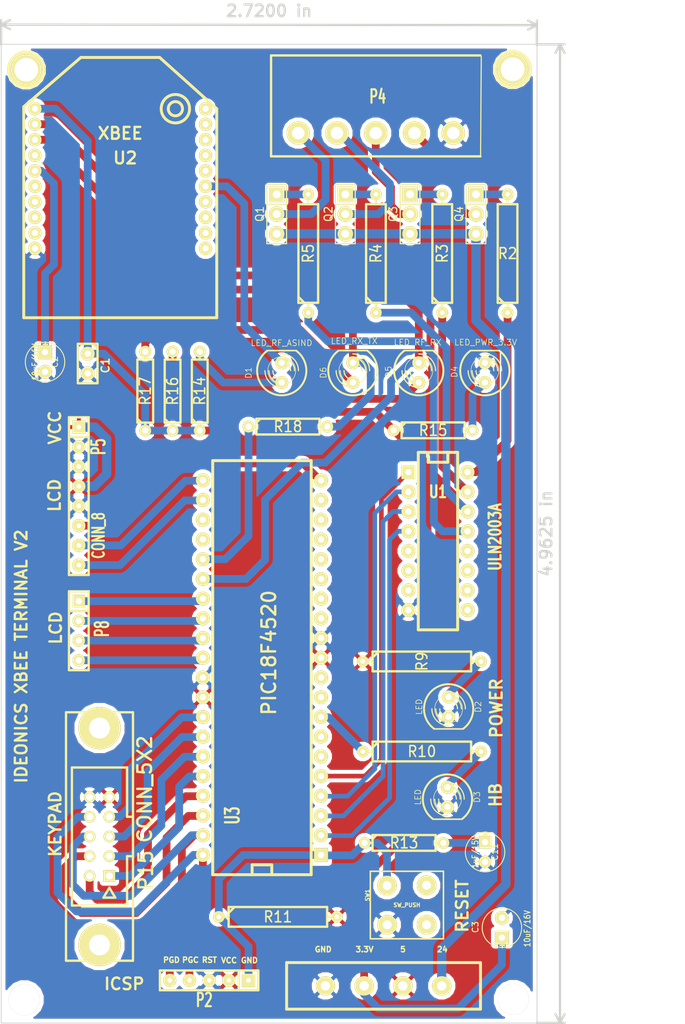
<source format=kicad_pcb>
(kicad_pcb (version 3) (host pcbnew "(2013-07-07 BZR 4022)-stable")
  (layers (15 F.Cu signal) (0 B.Cu signal) (18 B.Paste user) (19 F.Paste user) (20 B.SilkS user) (21 F.SilkS user) (22 B.Mask user) (23 F.Mask user) (28 Edge.Cuts user))
  (net 0 "")
  (net 1 /PGC)
  (net 2 /PGD)
  (net 3 /RA0)
  (net 4 /RA1)
  (net 5 /RA2)
  (net 6 /RA3)
  (net 7 /RB0)
  (net 8 /RB1)
  (net 9 /RB2)
  (net 10 /RB3)
  (net 11 /RB4)
  (net 12 /RB5)
  (net 13 /RE0)
  (net 14 /RESET)
  (net 15 /TX)
  (net 16 /ULN1)
  (net 17 /ULN2)
  (net 18 /ULN3)
  (net 19 /ULN4)
  (net 20 /VCC)
  (net 21 /VCC_24)
  (net 22 /VCC_3.3V)
  (net 23 /XBEE_RX)
  (net 24 /XBEE_TX)
  (net 25 GND)
  (net 26 N-0000010)
  (net 27 N-0000011)
  (net 28 N-0000012)
  (net 29 N-0000013)
  (net 30 N-0000014)
  (net 31 N-0000015)
  (net 32 N-0000016)
  (net 33 N-0000017)
  (net 34 N-0000018)
  (net 35 N-0000019)
  (net 36 N-0000020)
  (net 37 N-0000021)
  (net 38 N-0000023)
  (net 39 N-0000024)
  (net 40 N-0000025)
  (net 41 N-0000026)
  (net 42 N-0000027)
  (net 43 N-000005)
  (net 44 N-0000056)
  (net 45 N-0000057)
  (net 46 N-000006)
  (net 47 N-000007)
  (net 48 N-000008)
  (net 49 N-000009)
  (module 1pin (layer F.Cu) (at 104.0765 153.67)
    (fp_text reference "" (at 0 -3.048) (layer F.SilkS) (effects (font (size 1.016 1.016) (thickness 0.254))))
    (fp_text value "" hide)
    (pad 1 thru_hole circle (at 0 0) (size 4 4) (drill 4) (layers *.Cu *.Mask F.SilkS))
  )
  (module LED-5MM (layer F.Cu) (at 158.65 127.575 270)
    (fp_text reference D3 (at 0 -3.81 270) (layer F.SilkS) (effects (font (size 0.762 0.762) (thickness 0.0889))))
    (fp_text value LED (at 0 3.81 270) (layer F.SilkS) (effects (font (size 0.762 0.762) (thickness 0.0889))))
    (pad 1 thru_hole circle (at -1.27 0 270) (size 1.6764 1.6764) (drill 0.8128) (layers *.Cu *.Mask F.SilkS) (net 44 N-0000056))
    (pad 2 thru_hole circle (at 1.27 0 270) (size 1.6764 1.6764) (drill 0.8128) (layers *.Cu *.Mask F.SilkS) (net 25 GND))
  )
  (module LED-5MM (layer F.Cu) (at 158.8 115.95 270)
    (fp_text reference D2 (at 0 -3.81 270) (layer F.SilkS) (effects (font (size 0.762 0.762) (thickness 0.0889))))
    (fp_text value LED (at 0 3.81 270) (layer F.SilkS) (effects (font (size 0.762 0.762) (thickness 0.0889))))
    (pad 1 thru_hole circle (at -1.27 0 270) (size 1.6764 1.6764) (drill 0.8128) (layers *.Cu *.Mask F.SilkS) (net 45 N-0000057))
    (pad 2 thru_hole circle (at 1.27 0 270) (size 1.6764 1.6764) (drill 0.8128) (layers *.Cu *.Mask F.SilkS) (net 25 GND))
  )
  (module Ideonics_TIP127 (layer F.Cu) (at 136.625 52.475 270)
    (fp_text reference Q1 (at -0.01016 2.17932 270) (layer F.SilkS) (effects (font (size 1.016 1.016) (thickness 0.1524))))
    (fp_text value TIP127 hide)
    (pad 1 thru_hole rect (at -2.54 0 270) (size 2 2) (drill 1.016) (layers *.Cu *.Mask F.SilkS) (net 19 /ULN4))
    (pad 2 thru_hole circle (at 0 0 270) (size 2 2) (drill 1.016) (layers *.Cu *.Mask F.SilkS) (net 32 N-0000016))
    (pad 3 thru_hole circle (at 2.54 0 270) (size 2 2) (drill 1.016) (layers *.Cu *.Mask F.SilkS) (net 21 /VCC_24))
  )
  (module Ideonics_TIP127 (layer F.Cu) (at 153.825 52.475 270)
    (fp_text reference Q3 (at -0.01016 2.17932 270) (layer F.SilkS) (effects (font (size 1.016 1.016) (thickness 0.1524))))
    (fp_text value TIP127 hide)
    (pad 1 thru_hole rect (at -2.54 0 270) (size 2 2) (drill 1.016) (layers *.Cu *.Mask F.SilkS) (net 17 /ULN2))
    (pad 2 thru_hole circle (at 0 0 270) (size 2 2) (drill 1.016) (layers *.Cu *.Mask F.SilkS) (net 33 N-0000017))
    (pad 3 thru_hole circle (at 2.54 0 270) (size 2 2) (drill 1.016) (layers *.Cu *.Mask F.SilkS) (net 21 /VCC_24))
  )
  (module Ideonics_TIP127 (layer F.Cu) (at 162.325 52.475 270)
    (fp_text reference Q4 (at -0.01016 2.17932 270) (layer F.SilkS) (effects (font (size 1.016 1.016) (thickness 0.1524))))
    (fp_text value TIP127 hide)
    (pad 1 thru_hole rect (at -2.54 0 270) (size 2 2) (drill 1.016) (layers *.Cu *.Mask F.SilkS) (net 16 /ULN1))
    (pad 2 thru_hole circle (at 0 0 270) (size 2 2) (drill 1.016) (layers *.Cu *.Mask F.SilkS) (net 39 N-0000024))
    (pad 3 thru_hole circle (at 2.54 0 270) (size 2 2) (drill 1.016) (layers *.Cu *.Mask F.SilkS) (net 21 /VCC_24))
  )
  (module Ideonics_TIP127 (layer F.Cu) (at 145.475 52.475 270)
    (fp_text reference Q2 (at -0.01016 2.17932 270) (layer F.SilkS) (effects (font (size 1.016 1.016) (thickness 0.1524))))
    (fp_text value TIP127 hide)
    (pad 1 thru_hole rect (at -2.54 0 270) (size 2 2) (drill 1.016) (layers *.Cu *.Mask F.SilkS) (net 18 /ULN3))
    (pad 2 thru_hole circle (at 0 0 270) (size 2 2) (drill 1.016) (layers *.Cu *.Mask F.SilkS) (net 38 N-0000023))
    (pad 3 thru_hole circle (at 2.54 0 270) (size 2 2) (drill 1.016) (layers *.Cu *.Mask F.SilkS) (net 21 /VCC_24))
  )
  (module Ideonics_R (layer F.Cu) (at 140.7 57.55 90)
    (fp_text reference R5 (at 0 0 90) (layer F.SilkS) (effects (font (size 1.397 1.27) (thickness 0.2032))))
    (fp_text value 2.2K hide)
    (pad 1 thru_hole circle (at -7.62 0 90) (size 1.5 1.5) (drill 0.6) (layers *.Cu *.Mask F.SilkS) (net 43 N-000005))
    (pad 2 thru_hole circle (at 7.62 0 90) (size 1.5 1.5) (drill 0.6) (layers *.Cu *.Mask F.SilkS) (net 19 /ULN4))
  )
  (module Ideonics_R (layer F.Cu) (at 155.35 110.1)
    (fp_text reference R9 (at 0 0 90) (layer F.SilkS) (effects (font (size 1.397 1.27) (thickness 0.2032))))
    (fp_text value 1K hide)
    (pad 1 thru_hole circle (at -7.62 0) (size 1.5 1.5) (drill 0.6) (layers *.Cu *.Mask F.SilkS) (net 20 /VCC))
    (pad 2 thru_hole circle (at 7.62 0) (size 1.5 1.5) (drill 0.6) (layers *.Cu *.Mask F.SilkS) (net 45 N-0000057))
  )
  (module Ideonics_R (layer F.Cu) (at 149.425 57.55 90)
    (fp_text reference R4 (at 0 0 90) (layer F.SilkS) (effects (font (size 1.397 1.27) (thickness 0.2032))))
    (fp_text value 2.2K hide)
    (pad 1 thru_hole circle (at -7.62 0 90) (size 1.5 1.5) (drill 0.6) (layers *.Cu *.Mask F.SilkS) (net 46 N-000006))
    (pad 2 thru_hole circle (at 7.62 0 90) (size 1.5 1.5) (drill 0.6) (layers *.Cu *.Mask F.SilkS) (net 18 /ULN3))
  )
  (module Ideonics_R (layer F.Cu) (at 155.35 121.7)
    (fp_text reference R10 (at 0 0) (layer F.SilkS) (effects (font (size 1.397 1.27) (thickness 0.2032))))
    (fp_text value 1K hide)
    (pad 1 thru_hole circle (at -7.62 0) (size 1.5 1.5) (drill 0.6) (layers *.Cu *.Mask F.SilkS) (net 13 /RE0))
    (pad 2 thru_hole circle (at 7.62 0) (size 1.5 1.5) (drill 0.6) (layers *.Cu *.Mask F.SilkS) (net 44 N-0000056))
  )
  (module Ideonics_R (layer F.Cu) (at 157.975 57.55 90)
    (fp_text reference R3 (at 0 0 90) (layer F.SilkS) (effects (font (size 1.397 1.27) (thickness 0.2032))))
    (fp_text value 2.2K hide)
    (pad 1 thru_hole circle (at -7.62 0 90) (size 1.5 1.5) (drill 0.6) (layers *.Cu *.Mask F.SilkS) (net 47 N-000007))
    (pad 2 thru_hole circle (at 7.62 0 90) (size 1.5 1.5) (drill 0.6) (layers *.Cu *.Mask F.SilkS) (net 17 /ULN2))
  )
  (module Ideonics_R (layer F.Cu) (at 166.4 57.55 90)
    (fp_text reference R2 (at 0 0 180) (layer F.SilkS) (effects (font (size 1.397 1.27) (thickness 0.2032))))
    (fp_text value 2.2K hide)
    (pad 1 thru_hole circle (at -7.62 0 90) (size 1.5 1.5) (drill 0.6) (layers *.Cu *.Mask F.SilkS) (net 48 N-000008))
    (pad 2 thru_hole circle (at 7.62 0 90) (size 1.5 1.5) (drill 0.6) (layers *.Cu *.Mask F.SilkS) (net 16 /ULN1))
  )
  (module Ideonics_R (layer F.Cu) (at 136.779 143.002)
    (fp_text reference R11 (at 0 0) (layer F.SilkS) (effects (font (size 1.397 1.27) (thickness 0.2032))))
    (fp_text value 1M hide)
    (pad 1 thru_hole circle (at -7.62 0) (size 1.5 1.5) (drill 0.6) (layers *.Cu *.Mask F.SilkS) (net 14 /RESET))
    (pad 2 thru_hole circle (at 7.62 0) (size 1.5 1.5) (drill 0.6) (layers *.Cu *.Mask F.SilkS) (net 20 /VCC))
  )
  (module Ideonics_Micro_Switch (layer F.Cu) (at 153.416 141.478 90)
    (fp_text reference SW1 (at 1.27 -5.08 90) (layer F.SilkS) (effects (font (size 0.5 0.5) (thickness 0.125))))
    (fp_text value SW_PUSH (at 0 0 180) (layer F.SilkS) (effects (font (size 0.5 0.5) (thickness 0.125))))
    (pad 1 thru_hole circle (at -2.54 -2.54 90) (size 2.54 2.54) (drill 1.143) (layers *.Cu *.Mask F.SilkS) (net 25 GND))
    (pad 3 thru_hole circle (at 2.54 2.54 90) (size 2.54 2.54) (drill 1.143) (layers *.Cu *.Mask F.SilkS))
    (pad 2 thru_hole circle (at 2.50444 -2.56032 90) (size 2.54 2.54) (drill 1.143) (layers *.Cu *.Mask F.SilkS) (net 14 /RESET))
    (pad 4 thru_hole circle (at -2.54 2.54 90) (size 2.54 2.54) (drill 1.143) (layers *.Cu *.Mask F.SilkS))
  )
  (module Idenoics_ULN2003 (layer F.Cu) (at 157.425 94.6 270)
    (fp_text reference U1 (at -6.35 0 360) (layer F.SilkS) (effects (font (size 1.524 1.143) (thickness 0.3048))))
    (fp_text value ULN2003A (at -0.528 -7.367 270) (layer F.SilkS) (effects (font (size 1.524 1.143) (thickness 0.3048))))
    (pad 1 thru_hole rect (at -8.89 3.81 270) (size 1.8 1.8) (drill 0.8128) (layers *.Cu *.Mask F.SilkS) (net 6 /RA3))
    (pad 2 thru_hole circle (at -6.35 3.81 270) (size 1.8 1.8) (drill 0.8128) (layers *.Cu *.Mask F.SilkS) (net 5 /RA2))
    (pad 3 thru_hole circle (at -3.81 3.81 270) (size 1.8 1.8) (drill 0.8128) (layers *.Cu *.Mask F.SilkS) (net 4 /RA1))
    (pad 4 thru_hole circle (at -1.27 3.81 270) (size 1.8 1.8) (drill 0.8128) (layers *.Cu *.Mask F.SilkS) (net 3 /RA0))
    (pad 5 thru_hole circle (at 1.27 3.81 270) (size 1.8 1.8) (drill 0.8128) (layers *.Cu *.Mask F.SilkS))
    (pad 6 thru_hole circle (at 3.81 3.81 270) (size 1.8 1.8) (drill 0.8128) (layers *.Cu *.Mask F.SilkS))
    (pad 7 thru_hole circle (at 6.35 3.81 270) (size 1.8 1.8) (drill 0.8128) (layers *.Cu *.Mask F.SilkS))
    (pad 8 thru_hole circle (at 8.89 3.81 270) (size 1.8 1.8) (drill 0.8128) (layers *.Cu *.Mask F.SilkS) (net 25 GND))
    (pad 9 thru_hole circle (at 8.89 -3.81 270) (size 1.8 1.8) (drill 0.8128) (layers *.Cu *.Mask F.SilkS))
    (pad 10 thru_hole circle (at 6.35 -3.81 270) (size 1.8 1.8) (drill 0.8128) (layers *.Cu *.Mask F.SilkS))
    (pad 11 thru_hole circle (at 3.81 -3.81 270) (size 1.8 1.8) (drill 0.8128) (layers *.Cu *.Mask F.SilkS))
    (pad 12 thru_hole circle (at 1.27 -3.81 270) (size 1.8 1.8) (drill 0.8128) (layers *.Cu *.Mask F.SilkS))
    (pad 13 thru_hole circle (at -1.27 -3.81 270) (size 1.8 1.8) (drill 0.8128) (layers *.Cu *.Mask F.SilkS) (net 43 N-000005))
    (pad 14 thru_hole circle (at -3.81 -3.81 270) (size 1.8 1.8) (drill 0.8128) (layers *.Cu *.Mask F.SilkS) (net 46 N-000006))
    (pad 15 thru_hole circle (at -6.35 -3.81 270) (size 1.8 1.8) (drill 0.8128) (layers *.Cu *.Mask F.SilkS) (net 47 N-000007))
    (pad 16 thru_hole circle (at -8.89 -3.81 270) (size 1.8 1.8) (drill 0.8128) (layers *.Cu *.Mask F.SilkS) (net 48 N-000008))
  )
  (module Ideonics_COMBICON_5 (layer F.Cu) (at 139.4 42.037)
    (fp_text reference P4 (at 10.25398 -4.699) (layer F.SilkS) (effects (font (size 1.72974 1.08712) (thickness 0.27178))))
    (fp_text value CONN_5 hide)
    (pad 1 thru_hole circle (at 0 0) (size 3 3) (drill 1.6) (layers *.Cu *.Mask F.SilkS) (net 32 N-0000016))
    (pad 2 thru_hole circle (at 5 0) (size 3 3) (drill 1.6) (layers *.Cu *.Mask F.SilkS) (net 38 N-0000023))
    (pad 3 thru_hole circle (at 10 0) (size 3 3) (drill 1.6) (layers *.Cu *.Mask F.SilkS) (net 33 N-0000017))
    (pad 4 thru_hole circle (at 15 0) (size 3 3) (drill 1.6) (layers *.Cu *.Mask F.SilkS) (net 39 N-0000024))
    (pad 5 thru_hole circle (at 20 0) (size 3 3) (drill 1.6) (layers *.Cu *.Mask F.SilkS) (net 25 GND))
  )
  (module Ideonics_Electrolytic_CV5 (layer F.Cu) (at 163.5 134.65 270)
    (fp_text reference C11 (at 0 -1.26746 270) (layer F.SilkS) (effects (font (size 0.762 0.762) (thickness 0.127))))
    (fp_text value 1uF/15V (at 0 1.27 270) (layer F.SilkS) (effects (font (size 0.762 0.635) (thickness 0.127))))
    (fp_text user + (at -2.286 0 270) (layer F.SilkS) (effects (font (size 0.762 0.762) (thickness 0.2032))))
    (pad 1 thru_hole rect (at -1.27 0 270) (size 1.6 1.6) (drill 0.8128) (layers *.Cu *.Mask F.SilkS) (net 40 N-0000025))
    (pad 2 thru_hole circle (at 1.27 0 270) (size 1.6 1.6) (drill 0.8128) (layers *.Cu *.Mask F.SilkS) (net 25 GND))
  )
  (module he10-10d (layer F.Cu) (at 113.775 132.65 90)
    (fp_text reference P15 (at -4.375 5.975 90) (layer F.SilkS) (effects (font (size 1.778 1.778) (thickness 0.3048))))
    (fp_text value CONN_5X2 (at 6.096 5.842 90) (layer F.SilkS) (effects (font (size 1.778 1.778) (thickness 0.3048))))
    (pad "" thru_hole circle (at -13.97 0 90) (size 5.461 5.461) (drill 2.6924) (layers *.Cu *.Mask F.SilkS))
    (pad "" thru_hole circle (at 13.97 0 90) (size 5.461 5.461) (drill 2.6924) (layers *.Cu *.Mask F.SilkS))
    (pad 1 thru_hole rect (at -5.08 1.27 90) (size 1.5 1.5) (drill 0.9144) (layers *.Cu *.Mask F.SilkS) (net 10 /RB3))
    (pad 2 thru_hole circle (at -5.08 -1.27 90) (size 1.5 1.5) (drill 0.9144) (layers *.Cu *.Mask F.SilkS) (net 11 /RB4))
    (pad 3 thru_hole circle (at -2.54 1.27 90) (size 1.5 1.5) (drill 0.9144) (layers *.Cu *.Mask F.SilkS) (net 9 /RB2))
    (pad 4 thru_hole circle (at -2.54 -1.27 90) (size 1.5 1.5) (drill 0.9144) (layers *.Cu *.Mask F.SilkS) (net 12 /RB5))
    (pad 5 thru_hole circle (at 0 1.27 90) (size 1.5 1.5) (drill 0.9144) (layers *.Cu *.Mask F.SilkS) (net 8 /RB1))
    (pad 6 thru_hole circle (at 0 -1.27 90) (size 1.5 1.5) (drill 0.9144) (layers *.Cu *.Mask F.SilkS) (net 1 /PGC))
    (pad 7 thru_hole circle (at 2.54 1.27 90) (size 1.5 1.5) (drill 0.9144) (layers *.Cu *.Mask F.SilkS) (net 7 /RB0))
    (pad 8 thru_hole circle (at 2.54 -1.27 90) (size 1.5 1.5) (drill 0.9144) (layers *.Cu *.Mask F.SilkS) (net 2 /PGD))
    (pad 9 thru_hole circle (at 5.08 1.27 90) (size 1.5 1.5) (drill 0.9144) (layers *.Cu *.Mask F.SilkS) (net 20 /VCC))
    (pad 10 thru_hole circle (at 5.08 -1.27 90) (size 1.5 1.5) (drill 0.9144) (layers *.Cu *.Mask F.SilkS) (net 25 GND))
  )
  (module Ideonics_RMC_4Pin (layer F.Cu) (at 111.108 106.145 270)
    (fp_text reference P8 (at -0.245 -2.992 270) (layer F.SilkS) (effects (font (size 1.73482 1.08712) (thickness 0.27178))))
    (fp_text value CONN_4 hide)
    (pad 1 thru_hole rect (at -3.81 0 270) (size 1.6 1.6) (drill 0.8128) (layers *.Cu *.Mask F.SilkS) (net 29 N-0000013))
    (pad 2 thru_hole circle (at -1.27 0 270) (size 1.6 1.6) (drill 0.8128) (layers *.Cu *.Mask F.SilkS) (net 28 N-0000012))
    (pad 3 thru_hole circle (at 1.27 0 270) (size 1.6 1.6) (drill 0.8128) (layers *.Cu *.Mask F.SilkS) (net 27 N-0000011))
    (pad 4 thru_hole circle (at 3.81 0 270) (size 1.6 1.6) (drill 0.8128) (layers *.Cu *.Mask F.SilkS) (net 26 N-0000010))
  )
  (module 1pin (layer F.Cu) (at 167.132 153.6065)
    (fp_text reference "" (at 0 -3.048) (layer F.SilkS) (effects (font (size 1.016 1.016) (thickness 0.254))))
    (fp_text value "" hide)
    (pad 1 thru_hole circle (at 0 0.025) (size 4 4) (drill 4) (layers *.Cu *.Mask F.SilkS))
  )
  (module Ideonics_RMC_8 (layer F.Cu) (at 111.108 88.8 270)
    (fp_text reference P5 (at -6.35 -2.54 270) (layer F.SilkS) (effects (font (size 1.72974 1.08712) (thickness 0.3048))))
    (fp_text value CONN_8 (at 5.08 -2.54 270) (layer F.SilkS) (effects (font (size 1.524 1.016) (thickness 0.254))))
    (pad 1 thru_hole rect (at -8.89 0 270) (size 1.7 1.7) (drill 0.6) (layers *.Cu *.Mask F.SilkS) (net 20 /VCC))
    (pad 2 thru_hole circle (at -6.35 0 270) (size 1.7 1.7) (drill 0.6) (layers *.Cu *.Mask F.SilkS) (net 25 GND))
    (pad 3 thru_hole circle (at -3.81 0 270) (size 1.7 1.7) (drill 0.6) (layers *.Cu *.Mask F.SilkS) (net 25 GND))
    (pad 4 thru_hole circle (at -1.27 0 270) (size 1.7 1.7) (drill 0.6) (layers *.Cu *.Mask F.SilkS) (net 20 /VCC))
    (pad 5 thru_hole circle (at 1.27 0 270) (size 1.7 1.7) (drill 0.6) (layers *.Cu *.Mask F.SilkS) (net 25 GND))
    (pad 6 thru_hole circle (at 3.81 0 270) (size 1.7 1.7) (drill 0.6) (layers *.Cu *.Mask F.SilkS) (net 31 N-0000015))
    (pad 7 thru_hole circle (at 6.35 0 270) (size 1.7 1.7) (drill 0.6) (layers *.Cu *.Mask F.SilkS) (net 49 N-000009))
    (pad 8 thru_hole circle (at 8.89 0 270) (size 1.7 1.7) (drill 0.6) (layers *.Cu *.Mask F.SilkS) (net 30 N-0000014))
  )
  (module R4 (layer F.Cu) (at 153.05 133.475)
    (fp_text reference R13 (at 0 0) (layer F.SilkS) (effects (font (size 1.397 1.27) (thickness 0.2032))))
    (fp_text value 0 hide)
    (pad 1 thru_hole circle (at -5.08 0) (size 1.524 1.524) (drill 0.8128) (layers *.Cu *.Mask F.SilkS) (net 14 /RESET))
    (pad 2 thru_hole circle (at 5.08 0) (size 1.524 1.524) (drill 0.8128) (layers *.Cu *.Mask F.SilkS) (net 40 N-0000025))
  )
  (module XBee-pro (layer F.Cu) (at 116.45 38.9)
    (fp_text reference U2 (at 0.635 6.35) (layer F.SilkS) (effects (font (size 1.524 1.524) (thickness 0.3048))))
    (fp_text value XBEE (at 0 3.175) (layer F.SilkS) (effects (font (size 1.524 1.524) (thickness 0.3048))))
    (pad 20 thru_hole circle (at 11.00074 0) (size 1.7 1.7) (drill 0.8) (layers *.Cu *.Mask F.SilkS))
    (pad 16 thru_hole circle (at 11.00074 8.001) (size 1.7 1.7) (drill 0.8) (layers *.Cu *.Mask F.SilkS))
    (pad 14 thru_hole circle (at 11.00074 11.99896) (size 1.7 1.7) (drill 0.8) (layers *.Cu *.Mask F.SilkS))
    (pad 15 thru_hole circle (at 11.00074 9.99998) (size 1.7 1.7) (drill 0.8) (layers *.Cu *.Mask F.SilkS) (net 42 N-0000027))
    (pad 18 thru_hole circle (at 11.00074 4.0005) (size 1.7 1.7) (drill 0.8) (layers *.Cu *.Mask F.SilkS))
    (pad 17 thru_hole circle (at 11.00074 5.99948) (size 1.7 1.7) (drill 0.8) (layers *.Cu *.Mask F.SilkS))
    (pad 19 thru_hole circle (at 11.00074 1.99898) (size 1.7 1.7) (drill 0.8) (layers *.Cu *.Mask F.SilkS))
    (pad 12 thru_hole circle (at 11.00074 15.99946) (size 1.7 1.7) (drill 0.8) (layers *.Cu *.Mask F.SilkS))
    (pad 11 thru_hole circle (at 11.00074 18.00098) (size 1.7 1.7) (drill 0.8) (layers *.Cu *.Mask F.SilkS))
    (pad 13 thru_hole circle (at 11.00074 14.00048) (size 1.7 1.7) (drill 0.8) (layers *.Cu *.Mask F.SilkS))
    (pad 8 thru_hole circle (at -11.00074 14.00048) (size 1.7 1.7) (drill 0.8) (layers *.Cu *.Mask F.SilkS))
    (pad 10 thru_hole circle (at -11.00074 18.00098) (size 1.7 1.7) (drill 0.8) (layers *.Cu *.Mask F.SilkS) (net 25 GND))
    (pad 9 thru_hole circle (at -11.00074 15.99946) (size 1.7 1.7) (drill 0.8) (layers *.Cu *.Mask F.SilkS))
    (pad 2 thru_hole circle (at -11.00074 1.99898) (size 1.7 1.7) (drill 0.8) (layers *.Cu *.Mask F.SilkS) (net 23 /XBEE_RX))
    (pad 4 thru_hole circle (at -11.00074 5.99948) (size 1.7 1.7) (drill 0.8) (layers *.Cu *.Mask F.SilkS))
    (pad 3 thru_hole circle (at -11.00074 4.0005) (size 1.7 1.7) (drill 0.8) (layers *.Cu *.Mask F.SilkS) (net 24 /XBEE_TX))
    (pad 6 thru_hole circle (at -11.00074 9.99998) (size 1.7 1.7) (drill 0.8) (layers *.Cu *.Mask F.SilkS))
    (pad 7 thru_hole circle (at -11.00074 11.99896) (size 1.7 1.7) (drill 0.8) (layers *.Cu *.Mask F.SilkS))
    (pad 5 thru_hole circle (at -11.00074 8.001) (size 1.7 1.7) (drill 0.8) (layers *.Cu *.Mask F.SilkS) (net 37 N-0000021))
    (pad 1 thru_hole circle (at -11.00074 0) (size 1.7 1.7) (drill 0.8) (layers *.Cu *.Mask F.SilkS) (net 22 /VCC_3.3V))
  )
  (module R4 (layer F.Cu) (at 126.7 75.275 90)
    (fp_text reference R14 (at 0 0 90) (layer F.SilkS) (effects (font (size 1.397 1.27) (thickness 0.2032))))
    (fp_text value 470 hide)
    (pad 1 thru_hole circle (at -5.08 0 90) (size 1.524 1.524) (drill 0.8128) (layers *.Cu *.Mask F.SilkS) (net 22 /VCC_3.3V))
    (pad 2 thru_hole circle (at 5.08 0 90) (size 1.524 1.524) (drill 0.8128) (layers *.Cu *.Mask F.SilkS) (net 41 N-0000026))
  )
  (module R4 (layer F.Cu) (at 156.8 80.325)
    (fp_text reference R15 (at 0 0) (layer F.SilkS) (effects (font (size 1.397 1.27) (thickness 0.2032))))
    (fp_text value 470 hide)
    (pad 1 thru_hole circle (at -5.08 0) (size 1.524 1.524) (drill 0.8128) (layers *.Cu *.Mask F.SilkS) (net 22 /VCC_3.3V))
    (pad 2 thru_hole circle (at 5.08 0) (size 1.524 1.524) (drill 0.8128) (layers *.Cu *.Mask F.SilkS) (net 34 N-0000018))
  )
  (module R4 (layer F.Cu) (at 123.2 75.275 90)
    (fp_text reference R16 (at 0 0 90) (layer F.SilkS) (effects (font (size 1.397 1.27) (thickness 0.2032))))
    (fp_text value 470 hide)
    (pad 1 thru_hole circle (at -5.08 0 90) (size 1.524 1.524) (drill 0.8128) (layers *.Cu *.Mask F.SilkS) (net 22 /VCC_3.3V))
    (pad 2 thru_hole circle (at 5.08 0 90) (size 1.524 1.524) (drill 0.8128) (layers *.Cu *.Mask F.SilkS) (net 35 N-0000019))
  )
  (module R4 (layer F.Cu) (at 119.675 75.275 90)
    (fp_text reference R17 (at 0 0 90) (layer F.SilkS) (effects (font (size 1.397 1.27) (thickness 0.2032))))
    (fp_text value 470 hide)
    (pad 1 thru_hole circle (at -5.08 0 90) (size 1.524 1.524) (drill 0.8128) (layers *.Cu *.Mask F.SilkS) (net 22 /VCC_3.3V))
    (pad 2 thru_hole circle (at 5.08 0 90) (size 1.524 1.524) (drill 0.8128) (layers *.Cu *.Mask F.SilkS) (net 36 N-0000020))
  )
  (module R4 (layer F.Cu) (at 138.075 79.85)
    (fp_text reference R18 (at 0 0) (layer F.SilkS) (effects (font (size 1.397 1.27) (thickness 0.2032))))
    (fp_text value 4.7K hide)
    (pad 1 thru_hole circle (at -5.08 0) (size 1.524 1.524) (drill 0.8128) (layers *.Cu *.Mask F.SilkS) (net 15 /TX))
    (pad 2 thru_hole circle (at 5.08 0) (size 1.524 1.524) (drill 0.8128) (layers *.Cu *.Mask F.SilkS) (net 24 /XBEE_TX))
  )
  (module LED-5MM (layer F.Cu) (at 137.275 72.9 90)
    (fp_text reference D1 (at -0.025 -4.275 90) (layer F.SilkS) (effects (font (size 0.762 0.762) (thickness 0.0889))))
    (fp_text value LED_RF_ASIND (at 3.825 -0.025 180) (layer F.SilkS) (effects (font (size 0.762 0.762) (thickness 0.0889))))
    (pad 1 thru_hole circle (at -1.27 0 90) (size 1.6764 1.6764) (drill 0.8128) (layers *.Cu *.Mask F.SilkS) (net 41 N-0000026))
    (pad 2 thru_hole circle (at 1.27 0 90) (size 1.6764 1.6764) (drill 0.8128) (layers *.Cu *.Mask F.SilkS) (net 42 N-0000027))
  )
  (module LED-5MM (layer F.Cu) (at 154.95 72.9 90)
    (fp_text reference D5 (at 0.125 -3.9 90) (layer F.SilkS) (effects (font (size 0.762 0.762) (thickness 0.0889))))
    (fp_text value LED_RF_RX (at 3.9 -0.15 180) (layer F.SilkS) (effects (font (size 0.762 0.762) (thickness 0.0889))))
    (pad 1 thru_hole circle (at -1.27 0 90) (size 1.6764 1.6764) (drill 0.8128) (layers *.Cu *.Mask F.SilkS) (net 35 N-0000019))
    (pad 2 thru_hole circle (at 1.27 0 90) (size 1.6764 1.6764) (drill 0.8128) (layers *.Cu *.Mask F.SilkS) (net 23 /XBEE_RX))
  )
  (module LED-5MM (layer F.Cu) (at 146.45 72.9 90)
    (fp_text reference D6 (at 0 -3.81 90) (layer F.SilkS) (effects (font (size 0.762 0.762) (thickness 0.0889))))
    (fp_text value LED_RX_TX (at 4.075 0.175 180) (layer F.SilkS) (effects (font (size 0.762 0.762) (thickness 0.0889))))
    (pad 1 thru_hole circle (at -1.27 0 90) (size 1.6764 1.6764) (drill 0.8128) (layers *.Cu *.Mask F.SilkS) (net 36 N-0000020))
    (pad 2 thru_hole circle (at 1.27 0 90) (size 1.6764 1.6764) (drill 0.8128) (layers *.Cu *.Mask F.SilkS) (net 24 /XBEE_TX))
  )
  (module LED-5MM (layer F.Cu) (at 163.475 72.9 90)
    (fp_text reference D4 (at 0.1 -3.925 90) (layer F.SilkS) (effects (font (size 0.762 0.762) (thickness 0.0889))))
    (fp_text value LED_PWR_3.3V (at 3.9 0.1 180) (layer F.SilkS) (effects (font (size 0.762 0.762) (thickness 0.0889))))
    (pad 1 thru_hole circle (at -1.27 0 90) (size 1.6764 1.6764) (drill 0.8128) (layers *.Cu *.Mask F.SilkS) (net 34 N-0000018))
    (pad 2 thru_hole circle (at 1.27 0 90) (size 1.6764 1.6764) (drill 0.8128) (layers *.Cu *.Mask F.SilkS) (net 25 GND))
  )
  (module C1 (layer F.Cu) (at 112.25 71.725 270)
    (fp_text reference C1 (at 0.254 -2.286 270) (layer F.SilkS) (effects (font (size 1.016 1.016) (thickness 0.2032))))
    (fp_text value 0.1uF hide)
    (pad 1 thru_hole circle (at -1.27 0 270) (size 1.8 1.8) (drill 0.8128) (layers *.Cu *.Mask F.SilkS) (net 22 /VCC_3.3V))
    (pad 2 thru_hole circle (at 1.27 0 270) (size 1.8 1.8) (drill 0.8128) (layers *.Cu *.Mask F.SilkS) (net 25 GND))
  )
  (module 1pin (layer F.Cu) (at 167.05 33.825)
    (fp_text reference "" (at 0 -3.048) (layer F.SilkS) (effects (font (size 1.016 1.016) (thickness 0.254))))
    (fp_text value "" hide)
    (pad 1 thru_hole circle (at 0 0) (size 4.064 4.064) (drill 3.048) (layers *.Cu *.Mask F.SilkS))
  )
  (module 1pin (layer F.Cu) (at 104.325 33.875)
    (fp_text reference "" (at 0 -3.048) (layer F.SilkS) (effects (font (size 1.016 1.016) (thickness 0.254))))
    (fp_text value "" hide)
    (pad 1 thru_hole circle (at 0 0) (size 4.064 4.064) (drill 3.048) (layers *.Cu *.Mask F.SilkS))
  )
  (module C1V5 (layer F.Cu) (at 106.75 71.525 270)
    (fp_text reference C2 (at 0 -1.26746 270) (layer F.SilkS) (effects (font (size 0.762 0.762) (thickness 0.127))))
    (fp_text value 10uF/16V (at 0 1.27 270) (layer F.SilkS) (effects (font (size 0.762 0.635) (thickness 0.127))))
    (fp_text user + (at -2.286 0 270) (layer F.SilkS) (effects (font (size 0.762 0.762) (thickness 0.2032))))
    (pad 1 thru_hole rect (at -1.27 0 270) (size 1.8 1.8) (drill 0.8128) (layers *.Cu *.Mask F.SilkS) (net 37 N-0000021))
    (pad 2 thru_hole circle (at 1.27 0 270) (size 1.8 1.8) (drill 0.8128) (layers *.Cu *.Mask F.SilkS) (net 25 GND))
  )
  (module C1V5 (layer F.Cu) (at 165.6715 144.399 90)
    (fp_text reference C3 (at 0.075 -3.425 90) (layer F.SilkS) (effects (font (size 0.762 0.762) (thickness 0.127))))
    (fp_text value 10uF/16V (at -0.125 3.275 90) (layer F.SilkS) (effects (font (size 0.762 0.635) (thickness 0.127))))
    (fp_text user + (at -2.286 0 90) (layer F.SilkS) (effects (font (size 0.762 0.762) (thickness 0.2032))))
    (pad 1 thru_hole rect (at -1.27 0 90) (size 1.8 1.8) (drill 0.8128) (layers *.Cu *.Mask F.SilkS) (net 22 /VCC_3.3V))
    (pad 2 thru_hole circle (at 1.27 0 90) (size 1.8 1.8) (drill 0.8128) (layers *.Cu *.Mask F.SilkS) (net 25 GND))
  )
  (module DIP-40__600 (layer F.Cu) (at 134.725 110.9 90)
    (fp_text reference U3 (at -19.05 -3.81 90) (layer F.SilkS) (effects (font (size 1.778 1.143) (thickness 0.3048))))
    (fp_text value PIC18F4520 (at 1.925 0.9 90) (layer F.SilkS) (effects (font (size 1.778 1.778) (thickness 0.3048))))
    (pad 1 thru_hole rect (at -24.13 7.62 90) (size 1.8 1.8) (drill 0.8128) (layers *.Cu *.Mask F.SilkS) (net 14 /RESET))
    (pad 2 thru_hole circle (at -21.59 7.62 90) (size 1.8 1.8) (drill 0.8128) (layers *.Cu *.Mask F.SilkS) (net 3 /RA0))
    (pad 3 thru_hole circle (at -19.05 7.62 90) (size 1.8 1.8) (drill 0.8128) (layers *.Cu *.Mask F.SilkS) (net 4 /RA1))
    (pad 4 thru_hole circle (at -16.51 7.62 90) (size 1.8 1.8) (drill 0.8128) (layers *.Cu *.Mask F.SilkS) (net 5 /RA2))
    (pad 5 thru_hole circle (at -13.97 7.62 90) (size 1.8 1.8) (drill 0.8128) (layers *.Cu *.Mask F.SilkS) (net 6 /RA3))
    (pad 6 thru_hole circle (at -11.43 7.62 90) (size 1.8 1.8) (drill 0.8128) (layers *.Cu *.Mask F.SilkS))
    (pad 7 thru_hole circle (at -8.89 7.62 90) (size 1.8 1.8) (drill 0.8128) (layers *.Cu *.Mask F.SilkS))
    (pad 8 thru_hole circle (at -6.35 7.62 90) (size 1.8 1.8) (drill 0.8128) (layers *.Cu *.Mask F.SilkS) (net 13 /RE0))
    (pad 9 thru_hole circle (at -3.81 7.62 90) (size 1.8 1.8) (drill 0.8128) (layers *.Cu *.Mask F.SilkS))
    (pad 10 thru_hole circle (at -1.27 7.62 90) (size 1.8 1.8) (drill 0.8128) (layers *.Cu *.Mask F.SilkS))
    (pad 11 thru_hole circle (at 1.27 7.62 90) (size 1.8 1.8) (drill 0.8128) (layers *.Cu *.Mask F.SilkS) (net 20 /VCC))
    (pad 12 thru_hole circle (at 3.81 7.62 90) (size 1.8 1.8) (drill 0.8128) (layers *.Cu *.Mask F.SilkS) (net 25 GND))
    (pad 13 thru_hole circle (at 6.35 7.62 90) (size 1.8 1.8) (drill 0.8128) (layers *.Cu *.Mask F.SilkS))
    (pad 14 thru_hole circle (at 8.89 7.62 90) (size 1.8 1.8) (drill 0.8128) (layers *.Cu *.Mask F.SilkS))
    (pad 15 thru_hole circle (at 11.43 7.62 90) (size 1.8 1.8) (drill 0.8128) (layers *.Cu *.Mask F.SilkS))
    (pad 16 thru_hole circle (at 13.97 7.62 90) (size 1.8 1.8) (drill 0.8128) (layers *.Cu *.Mask F.SilkS))
    (pad 17 thru_hole circle (at 16.51 7.62 90) (size 1.8 1.8) (drill 0.8128) (layers *.Cu *.Mask F.SilkS))
    (pad 18 thru_hole circle (at 19.05 7.62 90) (size 1.8 1.8) (drill 0.8128) (layers *.Cu *.Mask F.SilkS))
    (pad 19 thru_hole circle (at 21.59 7.62 90) (size 1.8 1.8) (drill 0.8128) (layers *.Cu *.Mask F.SilkS))
    (pad 20 thru_hole circle (at 24.13 7.62 90) (size 1.8 1.8) (drill 0.8128) (layers *.Cu *.Mask F.SilkS) (net 31 N-0000015))
    (pad 21 thru_hole circle (at 24.13 -7.62 90) (size 1.8 1.8) (drill 0.8128) (layers *.Cu *.Mask F.SilkS) (net 49 N-000009))
    (pad 22 thru_hole circle (at 21.59 -7.62 90) (size 1.8 1.8) (drill 0.8128) (layers *.Cu *.Mask F.SilkS) (net 30 N-0000014))
    (pad 23 thru_hole circle (at 19.05 -7.62 90) (size 1.8 1.8) (drill 0.8128) (layers *.Cu *.Mask F.SilkS))
    (pad 24 thru_hole circle (at 16.51 -7.62 90) (size 1.8 1.8) (drill 0.8128) (layers *.Cu *.Mask F.SilkS))
    (pad 25 thru_hole circle (at 13.97 -7.62 90) (size 1.8 1.8) (drill 0.8128) (layers *.Cu *.Mask F.SilkS) (net 15 /TX))
    (pad 26 thru_hole circle (at 11.43 -7.62 90) (size 1.8 1.8) (drill 0.8128) (layers *.Cu *.Mask F.SilkS) (net 23 /XBEE_RX))
    (pad 27 thru_hole circle (at 8.89 -7.62 90) (size 1.8 1.8) (drill 0.8128) (layers *.Cu *.Mask F.SilkS) (net 29 N-0000013))
    (pad 28 thru_hole circle (at 6.35 -7.62 90) (size 1.8 1.8) (drill 0.8128) (layers *.Cu *.Mask F.SilkS) (net 28 N-0000012))
    (pad 29 thru_hole circle (at 3.81 -7.62 90) (size 1.8 1.8) (drill 0.8128) (layers *.Cu *.Mask F.SilkS) (net 27 N-0000011))
    (pad 30 thru_hole circle (at 1.27 -7.62 90) (size 1.8 1.8) (drill 0.8128) (layers *.Cu *.Mask F.SilkS) (net 26 N-0000010))
    (pad 31 thru_hole circle (at -1.27 -7.62 90) (size 1.8 1.8) (drill 0.8128) (layers *.Cu *.Mask F.SilkS) (net 25 GND))
    (pad 32 thru_hole circle (at -3.81 -7.62 90) (size 1.8 1.8) (drill 0.8128) (layers *.Cu *.Mask F.SilkS) (net 20 /VCC))
    (pad 33 thru_hole circle (at -6.35 -7.62 90) (size 1.8 1.8) (drill 0.8128) (layers *.Cu *.Mask F.SilkS) (net 7 /RB0))
    (pad 34 thru_hole circle (at -8.89 -7.62 90) (size 1.8 1.8) (drill 0.8128) (layers *.Cu *.Mask F.SilkS) (net 8 /RB1))
    (pad 35 thru_hole circle (at -11.43 -7.62 90) (size 1.8 1.8) (drill 0.8128) (layers *.Cu *.Mask F.SilkS) (net 9 /RB2))
    (pad 36 thru_hole circle (at -13.97 -7.62 90) (size 1.8 1.8) (drill 0.8128) (layers *.Cu *.Mask F.SilkS) (net 10 /RB3))
    (pad 37 thru_hole circle (at -16.51 -7.62 90) (size 1.8 1.8) (drill 0.8128) (layers *.Cu *.Mask F.SilkS) (net 11 /RB4))
    (pad 38 thru_hole circle (at -19.05 -7.62 90) (size 1.8 1.8) (drill 0.8128) (layers *.Cu *.Mask F.SilkS) (net 12 /RB5))
    (pad 39 thru_hole circle (at -21.59 -7.62 90) (size 1.8 1.8) (drill 0.8128) (layers *.Cu *.Mask F.SilkS) (net 1 /PGC))
    (pad 40 thru_hole circle (at -24.13 -7.62 90) (size 1.8 1.8) (drill 0.8128) (layers *.Cu *.Mask F.SilkS) (net 2 /PGD))
  )
  (module 4PIN_TB (layer F.Cu) (at 152.908 151.892 180)
    (fp_text reference "" (at -35.941 -2.159 180) (layer F.SilkS) (effects (font (size 1.524 1.524) (thickness 0.3048))))
    (fp_text value "" (at -30.734 2.667 180) (layer F.SilkS) (effects (font (size 1.524 1.524) (thickness 0.3048))))
    (pad 1 thru_hole circle (at -5 0 180) (size 2.5 2.5) (drill 1.2) (layers *.Cu *.Mask F.SilkS) (net 21 /VCC_24))
    (pad 3 thru_hole circle (at 5 0 180) (size 2.5 2.5) (drill 1.2) (layers *.Cu *.Mask F.SilkS) (net 22 /VCC_3.3V))
    (pad 2 thru_hole circle (at 0 0 180) (size 2.5 2.5) (drill 1.2) (layers *.Cu *.Mask F.SilkS) (net 20 /VCC))
    (pad 4 thru_hole circle (at 10 0 180) (size 2.5 2.5) (drill 1.2) (layers *.Cu *.Mask F.SilkS) (net 25 GND))
  )
  (module SIL-5 (layer F.Cu) (at 126.6444 151.1808 180)
    (fp_text reference P2 (at -0.635 -2.54 180) (layer F.SilkS) (effects (font (size 1.72974 1.08712) (thickness 0.3048))))
    (fp_text value PRG_CONN hide)
    (pad 1 thru_hole rect (at -6.35 0 180) (size 1.7 1.7) (drill 0.6) (layers *.Cu *.Mask F.SilkS) (net 14 /RESET))
    (pad 2 thru_hole circle (at -3.81 0 180) (size 1.7 1.7) (drill 0.6) (layers *.Cu *.Mask F.SilkS) (net 20 /VCC))
    (pad 3 thru_hole circle (at -1.27 0 180) (size 1.7 1.7) (drill 0.6) (layers *.Cu *.Mask F.SilkS) (net 25 GND))
    (pad 4 thru_hole circle (at 1.27 0 180) (size 1.7 1.7) (drill 0.6) (layers *.Cu *.Mask F.SilkS) (net 2 /PGD))
    (pad 5 thru_hole circle (at 3.81 0 180) (size 1.7 1.7) (drill 0.6) (layers *.Cu *.Mask F.SilkS) (net 1 /PGC))
  )
  (dimension 69.088029 (width 0.3) (layer Edge.Cuts) (gr_text "69.088 mm" (at 135.639574 26.748754 359.9473385) (layer Edge.Cuts) (effects (font (size 1.5 1.5) (thickness 0.3)))) (feature1 (pts (xy 170.18 30.6705) (xy 170.184815 25.430505))) (feature2 (pts (xy 101.092 30.607) (xy 101.096815 25.367005))) (crossbar (pts (xy 101.094334 28.067003) (xy 170.182334 28.130503))) (arrow1a (pts (xy 170.182334 28.130503) (xy 169.055292 28.715888))) (arrow1b (pts (xy 170.182334 28.130503) (xy 169.05637 27.543048))) (arrow2a (pts (xy 101.094334 28.067003) (xy 102.220298 28.654458))) (arrow2b (pts (xy 101.094334 28.067003) (xy 102.221376 27.481618))))
  (dimension 126.0475 (width 0.3) (layer Edge.Cuts) (gr_text "126.047 mm" (at 174.5145 93.63075 90) (layer Edge.Cuts) (effects (font (size 1.5 1.5) (thickness 0.3)))) (feature1 (pts (xy 170.18 30.607) (xy 175.8645 30.607))) (feature2 (pts (xy 170.18 156.6545) (xy 175.8645 156.6545))) (crossbar (pts (xy 173.1645 156.6545) (xy 173.1645 30.607))) (arrow1a (pts (xy 173.1645 30.607) (xy 173.75092 31.733503))) (arrow1b (pts (xy 173.1645 30.607) (xy 172.57808 31.733503))) (arrow2a (pts (xy 173.1645 156.6545) (xy 173.75092 155.527997))) (arrow2b (pts (xy 173.1645 156.6545) (xy 172.57808 155.527997))))
  (gr_text GND (at 133.101 148.608) (layer F.SilkS) (effects (font (size 0.7 0.7) (thickness 0.175))))
  (gr_text VCC (at 130.476 148.608) (layer F.SilkS) (effects (font (size 0.7 0.7) (thickness 0.175))))
  (gr_text RST (at 127.951 148.558) (layer F.SilkS) (effects (font (size 0.7 0.7) (thickness 0.175))))
  (gr_text PGC (at 125.501 148.558) (layer F.SilkS) (effects (font (size 0.7 0.7) (thickness 0.175))))
  (gr_text PGD (at 123.051 148.558) (layer F.SilkS) (effects (font (size 0.7 0.7) (thickness 0.175))))
  (gr_text GND (at 142.621 147.193) (layer F.SilkS) (effects (font (size 0.7 0.7) (thickness 0.175))))
  (gr_text 3.3V (at 147.955 147.193) (layer F.SilkS) (effects (font (size 0.7 0.7) (thickness 0.175))))
  (gr_text 24 (at 157.988 147.193) (layer F.SilkS) (effects (font (size 0.7 0.7) (thickness 0.175))))
  (gr_line (start 170.2 155.025) (end 170.2 155) (angle 90) (layer Edge.Cuts) (width 0.1))
  (gr_line (start 101.1 156.676) (end 170.2 156.676) (angle 90) (layer Edge.Cuts) (width 0.1))
  (gr_line (start 101.1 30.6) (end 101.1 30.65) (angle 90) (layer Edge.Cuts) (width 0.1))
  (gr_line (start 170.2 30.6) (end 101.1 30.6) (angle 90) (layer Edge.Cuts) (width 0.1))
  (gr_line (start 170.2 30.6) (end 170.2 156.676) (angle 90) (layer Edge.Cuts) (width 0.1))
  (gr_line (start 101.1 30.6) (end 101.1 156.676) (angle 90) (layer Edge.Cuts) (width 0.1))
  (gr_text POWER (at 164.95 116.125 90) (layer F.SilkS) (effects (font (size 1.5 1.5) (thickness 0.3))))
  (gr_text HB (at 164.85 127.3 90) (layer F.SilkS) (effects (font (size 1.5 1.5) (thickness 0.3))))
  (gr_text ICSP (at 116.967 151.638) (layer F.SilkS) (effects (font (size 1.5 1.5) (thickness 0.3))))
  (gr_text KEYPAD (at 108.06 131.037 90) (layer F.SilkS) (effects (font (size 1.5 1.5) (thickness 0.3))))
  (gr_text LCD (at 108.125 105.775 90) (layer F.SilkS) (effects (font (size 1.5 1.5) (thickness 0.3))))
  (gr_text LCD (at 107.975 88.7 90) (layer F.SilkS) (effects (font (size 1.5 1.5) (thickness 0.3))))
  (gr_text "IDEONICS XBEE TERMINAL V2" (at 103.675 109.45 90) (layer F.SilkS) (effects (font (size 1.5 1.5) (thickness 0.3))))
  (gr_text RESET (at 160.55 141.6 90) (layer F.SilkS) (effects (font (size 1.5 1.5) (thickness 0.3))))
  (gr_text VCC (at 108.025 79.975 90) (layer F.SilkS) (effects (font (size 1.5 1.5) (thickness 0.3))))
  (gr_text 5 (at 152.908 147.193) (layer F.SilkS) (effects (font (size 0.7 0.7) (thickness 0.175))))
  (segment (start 127.105 132.49) (end 125.6375 132.49) (width 1) (layer B.Cu) (net 1))
  (segment (start 125.6375 132.49) (end 117.8433 140.2842) (width 1) (layer B.Cu) (net 1))
  (segment (start 117.8433 140.2842) (end 111.7473 140.2842) (width 1) (layer B.Cu) (net 1))
  (segment (start 111.7473 140.2842) (end 110.3376 138.8745) (width 1) (layer B.Cu) (net 1))
  (segment (start 110.3376 138.8745) (end 110.3376 133.9596) (width 1) (layer B.Cu) (net 1))
  (segment (start 110.3376 133.9596) (end 111.6472 132.65) (width 1) (layer B.Cu) (net 1))
  (segment (start 111.6472 132.65) (end 112.505 132.65) (width 1) (layer B.Cu) (net 1))
  (segment (start 122.8344 151.1808) (end 122.8344 143.33728) (width 1) (layer F.Cu) (net 1))
  (segment (start 122.8344 143.33728) (end 124.39904 141.77264) (width 1) (layer F.Cu) (net 1))
  (segment (start 124.39904 141.77264) (end 124.39904 134.07644) (width 1) (layer F.Cu) (net 1))
  (segment (start 124.39904 134.07644) (end 125.98548 132.49) (width 1) (layer F.Cu) (net 1))
  (segment (start 125.98548 132.49) (end 127.105 132.49) (width 1) (layer F.Cu) (net 1))
  (segment (start 112.505 130.11) (end 110.9868 130.11) (width 1) (layer B.Cu) (net 2))
  (segment (start 110.9868 130.11) (end 108.3564 132.7404) (width 1) (layer B.Cu) (net 2))
  (segment (start 108.3564 132.7404) (end 108.3564 139.8651) (width 1) (layer B.Cu) (net 2))
  (segment (start 108.3564 139.8651) (end 110.7948 142.3035) (width 1) (layer B.Cu) (net 2))
  (segment (start 110.7948 142.3035) (end 118.6053 142.3035) (width 1) (layer B.Cu) (net 2))
  (segment (start 118.6053 142.3035) (end 125.8788 135.03) (width 1) (layer B.Cu) (net 2))
  (segment (start 125.8788 135.03) (end 127.105 135.03) (width 1) (layer B.Cu) (net 2))
  (segment (start 127.105 135.03) (end 127.105 141.6524) (width 1) (layer F.Cu) (net 2))
  (segment (start 127.105 141.6524) (end 125.3744 143.383) (width 1) (layer F.Cu) (net 2))
  (segment (start 125.3744 143.383) (end 125.3744 151.1808) (width 1) (layer F.Cu) (net 2))
  (segment (start 142.27 132.54) (end 146.325 132.54) (width 0.6) (layer B.Cu) (net 3))
  (segment (start 152.275 93.33) (end 153.615 93.33) (width 0.6) (layer B.Cu) (net 3))
  (segment (start 151.195 94.41) (end 152.275 93.33) (width 0.6) (layer B.Cu) (net 3))
  (segment (start 151.195 127.67) (end 151.195 94.41) (width 0.6) (layer B.Cu) (net 3))
  (segment (start 146.325 132.54) (end 151.195 127.67) (width 0.6) (layer B.Cu) (net 3))
  (segment (start 142.27 130) (end 145.235 130) (width 0.6) (layer B.Cu) (net 4))
  (segment (start 151.635 90.79) (end 153.615 90.79) (width 0.6) (layer B.Cu) (net 4))
  (segment (start 150.340998 92.084002) (end 151.635 90.79) (width 0.6) (layer B.Cu) (net 4))
  (segment (start 150.340998 124.894002) (end 150.340998 92.084002) (width 0.6) (layer B.Cu) (net 4))
  (segment (start 145.235 130) (end 150.340998 124.894002) (width 0.6) (layer B.Cu) (net 4))
  (segment (start 142.27 127.46) (end 145.765 127.46) (width 0.6) (layer B.Cu) (net 5))
  (segment (start 152.025 88.25) (end 153.615 88.25) (width 0.6) (layer B.Cu) (net 5))
  (segment (start 149.275 91) (end 152.025 88.25) (width 0.6) (layer B.Cu) (net 5))
  (segment (start 149.275 123.95) (end 149.275 91) (width 0.6) (layer B.Cu) (net 5))
  (segment (start 145.765 127.46) (end 149.275 123.95) (width 0.6) (layer B.Cu) (net 5))
  (segment (start 142.345 124.87) (end 148.005 124.87) (width 0.6) (layer F.Cu) (net 6))
  (segment (start 150.125 89.2) (end 153.615 85.71) (width 0.6) (layer F.Cu) (net 6))
  (segment (start 150.125 122.75) (end 150.125 89.2) (width 0.6) (layer F.Cu) (net 6))
  (segment (start 148.005 124.87) (end 150.125 122.75) (width 0.6) (layer F.Cu) (net 6))
  (segment (start 115.045 130.11) (end 116.365 130.11) (width 1) (layer B.Cu) (net 7))
  (segment (start 124.375 117.3) (end 127.03 117.3) (width 1) (layer B.Cu) (net 7))
  (segment (start 117.625 124.05) (end 124.375 117.3) (width 1) (layer B.Cu) (net 7))
  (segment (start 117.625 128.85) (end 117.625 124.05) (width 1) (layer B.Cu) (net 7))
  (segment (start 116.365 130.11) (end 117.625 128.85) (width 1) (layer B.Cu) (net 7))
  (segment (start 115.045 132.65) (end 116.95 132.65) (width 1) (layer B.Cu) (net 8))
  (segment (start 124.41 119.84) (end 127.03 119.84) (width 1) (layer B.Cu) (net 8))
  (segment (start 119.975 124.275) (end 124.41 119.84) (width 1) (layer B.Cu) (net 8))
  (segment (start 119.975 129.625) (end 119.975 124.275) (width 1) (layer B.Cu) (net 8))
  (segment (start 116.95 132.65) (end 119.975 129.625) (width 1) (layer B.Cu) (net 8))
  (segment (start 115.045 135.19) (end 117.81 135.19) (width 1) (layer B.Cu) (net 9))
  (segment (start 124.72 122.38) (end 127.03 122.38) (width 1) (layer B.Cu) (net 9))
  (segment (start 121.75 125.35) (end 124.72 122.38) (width 1) (layer B.Cu) (net 9))
  (segment (start 121.75 131.25) (end 121.75 125.35) (width 1) (layer B.Cu) (net 9))
  (segment (start 117.81 135.19) (end 121.75 131.25) (width 1) (layer B.Cu) (net 9))
  (segment (start 115.045 137.73) (end 117.745 137.73) (width 1) (layer B.Cu) (net 10))
  (segment (start 125.355 124.92) (end 127.03 124.92) (width 1) (layer B.Cu) (net 10))
  (segment (start 124.05 126.225) (end 125.355 124.92) (width 1) (layer B.Cu) (net 10))
  (segment (start 124.05 131.425) (end 124.05 126.225) (width 1) (layer B.Cu) (net 10))
  (segment (start 117.745 137.73) (end 124.05 131.425) (width 1) (layer B.Cu) (net 10))
  (segment (start 112.505 137.73) (end 112.505 139.83) (width 1) (layer F.Cu) (net 11))
  (segment (start 124.915 127.46) (end 127.03 127.46) (width 1) (layer F.Cu) (net 11))
  (segment (start 120.025 132.35) (end 124.915 127.46) (width 1) (layer F.Cu) (net 11))
  (segment (start 120.025 137.65) (end 120.025 132.35) (width 1) (layer F.Cu) (net 11))
  (segment (start 116.875 140.8) (end 120.025 137.65) (width 1) (layer F.Cu) (net 11))
  (segment (start 113.475 140.8) (end 116.875 140.8) (width 1) (layer F.Cu) (net 11))
  (segment (start 112.505 139.83) (end 113.475 140.8) (width 1) (layer F.Cu) (net 11))
  (segment (start 112.505 135.19) (end 110.735 135.19) (width 1) (layer F.Cu) (net 12))
  (segment (start 110.735 135.19) (end 109.375 136.55) (width 1) (layer F.Cu) (net 12))
  (segment (start 109.375 136.55) (end 109.375 140.45) (width 1) (layer F.Cu) (net 12))
  (segment (start 109.375 140.45) (end 111.425 142.5) (width 1) (layer F.Cu) (net 12))
  (segment (start 111.425 142.5) (end 118.525 142.5) (width 1) (layer F.Cu) (net 12))
  (segment (start 118.525 142.5) (end 122.425 138.6) (width 1) (layer F.Cu) (net 12))
  (segment (start 122.425 138.6) (end 122.425 132.8) (width 1) (layer F.Cu) (net 12))
  (segment (start 122.425 132.8) (end 125.225 130) (width 1) (layer F.Cu) (net 12))
  (segment (start 125.225 130) (end 127.03 130) (width 1) (layer F.Cu) (net 12))
  (segment (start 142.27 117.3) (end 143.33 117.3) (width 1) (layer B.Cu) (net 13))
  (segment (start 143.33 117.3) (end 147.73 121.7) (width 1) (layer B.Cu) (net 13))
  (segment (start 132.9944 146.8374) (end 129.159 143.002) (width 1) (layer B.Cu) (net 14))
  (segment (start 132.9944 151.1808) (end 132.9944 146.8374) (width 1) (layer B.Cu) (net 14))
  (segment (start 150.85568 138.97356) (end 150.85568 134.72668) (width 1) (layer B.Cu) (net 14))
  (segment (start 149.604 133.475) (end 147.97 133.475) (width 1) (layer B.Cu) (net 14))
  (segment (start 150.85568 134.72668) (end 149.604 133.475) (width 1) (layer B.Cu) (net 14))
  (segment (start 129.159 143.002) (end 129.159 138.176) (width 1) (layer B.Cu) (net 14))
  (segment (start 132.305 135.03) (end 142.345 135.03) (width 1) (layer B.Cu) (net 14))
  (segment (start 129.159 138.176) (end 132.305 135.03) (width 1) (layer B.Cu) (net 14))
  (segment (start 142.27 135.08) (end 146.365 135.08) (width 1) (layer B.Cu) (net 14))
  (segment (start 146.365 135.08) (end 147.97 133.475) (width 1) (layer B.Cu) (net 14))
  (segment (start 127.105 96.93) (end 129.995 96.93) (width 1) (layer B.Cu) (net 15))
  (segment (start 132.995 93.93) (end 132.995 79.85) (width 1) (layer B.Cu) (net 15))
  (segment (start 129.995 96.93) (end 132.995 93.93) (width 1) (layer B.Cu) (net 15))
  (segment (start 162.325 49.935) (end 166.395 49.935) (width 1) (layer B.Cu) (net 16))
  (segment (start 166.395 49.935) (end 166.4 49.93) (width 1) (layer B.Cu) (net 16))
  (segment (start 153.825 49.935) (end 157.97 49.935) (width 1) (layer B.Cu) (net 17))
  (segment (start 157.97 49.935) (end 157.975 49.93) (width 1) (layer B.Cu) (net 17))
  (segment (start 145.475 49.935) (end 149.42 49.935) (width 1) (layer B.Cu) (net 18))
  (segment (start 149.42 49.935) (end 149.425 49.93) (width 1) (layer B.Cu) (net 18))
  (segment (start 136.625 49.935) (end 140.695 49.935) (width 1) (layer B.Cu) (net 19))
  (segment (start 140.695 49.935) (end 140.7 49.93) (width 1) (layer B.Cu) (net 19))
  (segment (start 111.108 87.53) (end 113.12 87.53) (width 1.2) (layer B.Cu) (net 20))
  (segment (start 113.185 79.91) (end 111.108 79.91) (width 1.2) (layer B.Cu) (net 20))
  (segment (start 114.7 81.425) (end 113.185 79.91) (width 1.2) (layer B.Cu) (net 20))
  (segment (start 114.7 85.95) (end 114.7 81.425) (width 1.2) (layer B.Cu) (net 20))
  (segment (start 113.12 87.53) (end 114.7 85.95) (width 1.2) (layer B.Cu) (net 20))
  (segment (start 162.325 55.015) (end 162.325 66.186) (width 1.2) (layer B.Cu) (net 21))
  (segment (start 157.908 147.0825) (end 157.908 151.892) (width 1.2) (layer B.Cu) (net 21))
  (segment (start 166.1795 138.811) (end 157.908 147.0825) (width 1.2) (layer B.Cu) (net 21))
  (segment (start 166.1795 70.0405) (end 166.1795 138.811) (width 1.2) (layer B.Cu) (net 21))
  (segment (start 162.325 66.186) (end 166.1795 70.0405) (width 1.2) (layer B.Cu) (net 21))
  (segment (start 153.825 55.015) (end 162.325 55.015) (width 1.2) (layer B.Cu) (net 21))
  (segment (start 145.475 55.015) (end 153.825 55.015) (width 1.2) (layer B.Cu) (net 21))
  (segment (start 136.625 55.015) (end 145.475 55.015) (width 1.2) (layer B.Cu) (net 21))
  (segment (start 147.908 151.892) (end 147.908 152.988) (width 1) (layer B.Cu) (net 22))
  (segment (start 165.6715 149.1615) (end 165.6715 145.669) (width 1) (layer B.Cu) (net 22))
  (segment (start 160.02 154.813) (end 165.6715 149.1615) (width 1) (layer B.Cu) (net 22))
  (segment (start 149.733 154.813) (end 160.02 154.813) (width 1) (layer B.Cu) (net 22))
  (segment (start 147.908 152.988) (end 149.733 154.813) (width 1) (layer B.Cu) (net 22))
  (segment (start 147.908 151.892) (end 147.908 137.969) (width 1) (layer F.Cu) (net 22))
  (segment (start 156.083 84.688) (end 151.72 80.325) (width 1) (layer F.Cu) (net 22))
  (segment (start 156.083 129.794) (end 156.083 84.688) (width 1) (layer F.Cu) (net 22))
  (segment (start 147.908 137.969) (end 156.083 129.794) (width 1) (layer F.Cu) (net 22))
  (segment (start 123.2 80.355) (end 126.7 80.355) (width 1) (layer B.Cu) (net 22))
  (segment (start 119.675 80.355) (end 123.2 80.355) (width 1) (layer B.Cu) (net 22))
  (segment (start 112.25 70.455) (end 114.33 70.455) (width 1) (layer B.Cu) (net 22))
  (segment (start 119.675 75.8) (end 119.675 80.355) (width 1) (layer B.Cu) (net 22))
  (segment (start 114.33 70.455) (end 119.675 75.8) (width 1) (layer B.Cu) (net 22))
  (segment (start 126.7 80.355) (end 128.92 80.355) (width 1) (layer F.Cu) (net 22))
  (segment (start 128.92 80.355) (end 131.325 77.95) (width 1) (layer F.Cu) (net 22))
  (segment (start 131.325 77.95) (end 149.345 77.95) (width 1) (layer F.Cu) (net 22))
  (segment (start 149.345 77.95) (end 151.72 80.325) (width 1) (layer F.Cu) (net 22))
  (segment (start 105.44926 38.9) (end 108.09 38.9) (width 1) (layer B.Cu) (net 22))
  (segment (start 112.25 43.06) (end 112.25 70.455) (width 1) (layer B.Cu) (net 22))
  (segment (start 108.09 38.9) (end 112.25 43.06) (width 1) (layer B.Cu) (net 22))
  (segment (start 142.825 84.5) (end 142.875 84.5) (width 1) (layer B.Cu) (net 23))
  (segment (start 142.825 84.5) (end 139.9 84.5) (width 1) (layer B.Cu) (net 23))
  (segment (start 139.9 84.5) (end 135.125 89.275) (width 1) (layer B.Cu) (net 23))
  (segment (start 135.125 89.275) (end 135.125 97) (width 1) (layer B.Cu) (net 23))
  (segment (start 135.125 97) (end 132.655 99.47) (width 1) (layer B.Cu) (net 23))
  (segment (start 127.105 99.47) (end 132.655 99.47) (width 1) (layer B.Cu) (net 23))
  (segment (start 153.745 71.63) (end 154.95 71.63) (width 1) (layer B.Cu) (net 23))
  (segment (start 151.375 74) (end 153.745 71.63) (width 1) (layer B.Cu) (net 23))
  (segment (start 151.375 76) (end 151.375 74) (width 1) (layer B.Cu) (net 23))
  (segment (start 142.875 84.5) (end 151.375 76) (width 1) (layer B.Cu) (net 23))
  (segment (start 154.95 71.63) (end 154.95 65.05) (width 1) (layer F.Cu) (net 23))
  (segment (start 154.95 65.05) (end 150.275 60.375) (width 1) (layer F.Cu) (net 23))
  (segment (start 150.275 60.375) (end 127.15 60.375) (width 1) (layer F.Cu) (net 23))
  (segment (start 127.15 60.375) (end 107.67398 40.89898) (width 1) (layer F.Cu) (net 23))
  (segment (start 107.67398 40.89898) (end 105.44926 40.89898) (width 1) (layer F.Cu) (net 23))
  (segment (start 143.155 79.85) (end 144.625 79.85) (width 1) (layer B.Cu) (net 24))
  (segment (start 147.805 71.63) (end 146.45 71.63) (width 1) (layer B.Cu) (net 24))
  (segment (start 148.75 72.575) (end 147.805 71.63) (width 1) (layer B.Cu) (net 24))
  (segment (start 148.75 75.725) (end 148.75 72.575) (width 1) (layer B.Cu) (net 24))
  (segment (start 144.625 79.85) (end 148.75 75.725) (width 1) (layer B.Cu) (net 24))
  (segment (start 146.45 71.63) (end 146.45 66.525) (width 1) (layer F.Cu) (net 24))
  (segment (start 106.9505 42.9005) (end 126.25 62.2) (width 1) (layer F.Cu) (net 24))
  (segment (start 126.25 62.2) (end 142.125 62.2) (width 1) (layer F.Cu) (net 24))
  (segment (start 142.125 62.2) (end 146.45 66.525) (width 1) (layer F.Cu) (net 24))
  (segment (start 106.9505 42.9005) (end 105.44926 42.9005) (width 1) (layer F.Cu) (net 24))
  (segment (start 111.108 109.955) (end 126.755 109.955) (width 1) (layer B.Cu) (net 26))
  (segment (start 126.755 109.955) (end 127.03 109.68) (width 1) (layer B.Cu) (net 26))
  (segment (start 111.108 107.415) (end 126.755 107.415) (width 1) (layer B.Cu) (net 27))
  (segment (start 126.755 107.415) (end 127.03 107.14) (width 1) (layer B.Cu) (net 27))
  (segment (start 111.108 104.875) (end 126.755 104.875) (width 1) (layer B.Cu) (net 28))
  (segment (start 126.755 104.875) (end 127.03 104.6) (width 1) (layer B.Cu) (net 28))
  (segment (start 111.108 102.335) (end 126.755 102.335) (width 1) (layer B.Cu) (net 29))
  (segment (start 126.755 102.335) (end 127.03 102.06) (width 1) (layer B.Cu) (net 29))
  (segment (start 111.108 97.69) (end 116.435 97.69) (width 1) (layer B.Cu) (net 30))
  (segment (start 124.765 89.36) (end 127.03 89.36) (width 1) (layer B.Cu) (net 30))
  (segment (start 116.435 97.69) (end 124.765 89.36) (width 1) (layer B.Cu) (net 30))
  (segment (start 111.108 92.61) (end 114.49 92.61) (width 1) (layer F.Cu) (net 31))
  (segment (start 140.05 84.6) (end 142.27 86.82) (width 1) (layer F.Cu) (net 31))
  (segment (start 122.5 84.6) (end 140.05 84.6) (width 1) (layer F.Cu) (net 31))
  (segment (start 114.49 92.61) (end 122.5 84.6) (width 1) (layer F.Cu) (net 31))
  (segment (start 136.625 52.475) (end 141.075 52.475) (width 1) (layer B.Cu) (net 32))
  (segment (start 142.925 45.562) (end 139.4 42.037) (width 1) (layer B.Cu) (net 32))
  (segment (start 142.925 50.625) (end 142.925 45.562) (width 1) (layer B.Cu) (net 32))
  (segment (start 141.075 52.475) (end 142.925 50.625) (width 1) (layer B.Cu) (net 32))
  (segment (start 149.4 42.037) (end 149.4 47.03) (width 1) (layer F.Cu) (net 33))
  (segment (start 152.445 52.475) (end 153.825 52.475) (width 1) (layer F.Cu) (net 33))
  (segment (start 151.36 51.39) (end 152.445 52.475) (width 1) (layer F.Cu) (net 33))
  (segment (start 151.36 48.99) (end 151.36 51.39) (width 1) (layer F.Cu) (net 33))
  (segment (start 149.4 47.03) (end 151.36 48.99) (width 1) (layer F.Cu) (net 33))
  (segment (start 161.88 80.325) (end 161.88 75.765) (width 1) (layer B.Cu) (net 34))
  (segment (start 161.88 75.765) (end 163.475 74.17) (width 1) (layer B.Cu) (net 34))
  (segment (start 163.505 74.2) (end 163.475 74.17) (width 1) (layer B.Cu) (net 34))
  (segment (start 123.2 70.195) (end 123.2 72.375) (width 1) (layer F.Cu) (net 35))
  (segment (start 152.845 76.275) (end 154.95 74.17) (width 1) (layer F.Cu) (net 35))
  (segment (start 127.1 76.275) (end 152.845 76.275) (width 1) (layer F.Cu) (net 35))
  (segment (start 123.2 72.375) (end 127.1 76.275) (width 1) (layer F.Cu) (net 35))
  (segment (start 119.675 70.195) (end 119.675 69.025) (width 1) (layer F.Cu) (net 36))
  (segment (start 139.68 67.4) (end 146.45 74.17) (width 1) (layer F.Cu) (net 36))
  (segment (start 121.3 67.4) (end 139.68 67.4) (width 1) (layer F.Cu) (net 36))
  (segment (start 119.675 69.025) (end 121.3 67.4) (width 1) (layer F.Cu) (net 36))
  (segment (start 106.75 70.255) (end 106.75 60.11) (width 1) (layer B.Cu) (net 37))
  (segment (start 106.251 46.901) (end 105.44926 46.901) (width 1) (layer B.Cu) (net 37))
  (segment (start 107.91 48.56) (end 106.251 46.901) (width 1) (layer B.Cu) (net 37))
  (segment (start 107.91 58.95) (end 107.91 48.56) (width 1) (layer B.Cu) (net 37))
  (segment (start 106.75 60.11) (end 107.91 58.95) (width 1) (layer B.Cu) (net 37))
  (segment (start 145.475 52.475) (end 149.75 52.475) (width 1) (layer B.Cu) (net 38))
  (segment (start 144.712 42.037) (end 144.4 42.037) (width 1) (layer B.Cu) (net 38))
  (segment (start 151.225 48.55) (end 144.712 42.037) (width 1) (layer B.Cu) (net 38))
  (segment (start 151.225 51) (end 151.225 48.55) (width 1) (layer B.Cu) (net 38))
  (segment (start 149.75 52.475) (end 151.225 51) (width 1) (layer B.Cu) (net 38))
  (segment (start 162.325 52.475) (end 161.165 52.475) (width 1) (layer F.Cu) (net 39))
  (segment (start 159.81 47.447) (end 154.4 42.037) (width 1) (layer F.Cu) (net 39))
  (segment (start 159.81 51.12) (end 159.81 47.447) (width 1) (layer F.Cu) (net 39))
  (segment (start 161.165 52.475) (end 159.81 51.12) (width 1) (layer F.Cu) (net 39))
  (segment (start 158.13 133.475) (end 163.405 133.475) (width 1) (layer B.Cu) (net 40))
  (segment (start 163.405 133.475) (end 163.5 133.38) (width 1) (layer B.Cu) (net 40))
  (segment (start 126.7 70.195) (end 126.7 71.15) (width 1) (layer B.Cu) (net 41))
  (segment (start 129.72 74.17) (end 137.275 74.17) (width 1) (layer B.Cu) (net 41))
  (segment (start 126.7 71.15) (end 129.72 74.17) (width 1) (layer B.Cu) (net 41))
  (segment (start 127.45074 48.89998) (end 130.19998 48.89998) (width 1) (layer B.Cu) (net 42))
  (segment (start 132.45 66.805) (end 137.275 71.63) (width 1) (layer B.Cu) (net 42))
  (segment (start 132.45 51.15) (end 132.45 66.805) (width 1) (layer B.Cu) (net 42))
  (segment (start 130.19998 48.89998) (end 132.45 51.15) (width 1) (layer B.Cu) (net 42))
  (segment (start 140.7 65.17) (end 140.7 66.375) (width 1) (layer B.Cu) (net 43))
  (segment (start 158.005 93.33) (end 161.235 93.33) (width 1) (layer B.Cu) (net 43))
  (segment (start 156.9 92.225) (end 158.005 93.33) (width 1) (layer B.Cu) (net 43))
  (segment (start 156.9 70.625) (end 156.9 92.225) (width 1) (layer B.Cu) (net 43))
  (segment (start 155.125 68.85) (end 156.9 70.625) (width 1) (layer B.Cu) (net 43))
  (segment (start 143.175 68.85) (end 155.125 68.85) (width 1) (layer B.Cu) (net 43))
  (segment (start 140.7 66.375) (end 143.175 68.85) (width 1) (layer B.Cu) (net 43))
  (segment (start 158.65 126.305) (end 158.65 126.02) (width 1) (layer B.Cu) (net 44))
  (segment (start 158.65 126.02) (end 162.97 121.7) (width 1) (layer B.Cu) (net 44))
  (segment (start 158.8 114.68) (end 158.8 114.27) (width 1) (layer B.Cu) (net 45))
  (segment (start 158.8 114.27) (end 162.97 110.1) (width 1) (layer B.Cu) (net 45))
  (segment (start 149.425 65.17) (end 153.97 65.17) (width 1) (layer B.Cu) (net 46))
  (segment (start 158.525 88.08) (end 161.235 90.79) (width 1) (layer B.Cu) (net 46))
  (segment (start 158.525 69.725) (end 158.525 88.08) (width 1) (layer B.Cu) (net 46))
  (segment (start 153.97 65.17) (end 158.525 69.725) (width 1) (layer B.Cu) (net 46))
  (segment (start 157.975 65.17) (end 157.975 84.99) (width 1) (layer F.Cu) (net 47))
  (segment (start 157.975 84.99) (end 161.235 88.25) (width 1) (layer F.Cu) (net 47))
  (segment (start 161.235 85.71) (end 162.315 85.71) (width 1) (layer F.Cu) (net 48))
  (segment (start 166.4 81.625) (end 166.4 65.17) (width 1) (layer F.Cu) (net 48))
  (segment (start 162.315 85.71) (end 166.4 81.625) (width 1) (layer F.Cu) (net 48))
  (segment (start 111.108 95.15) (end 116.525 95.15) (width 1) (layer B.Cu) (net 49))
  (segment (start 124.855 86.82) (end 127.03 86.82) (width 1) (layer B.Cu) (net 49))
  (segment (start 116.525 95.15) (end 124.855 86.82) (width 1) (layer B.Cu) (net 49))
  (zone (net 25) (net_name GND) (layer B.Cu) (connect_pads (clearance 0.508)) (min_thickness 0.254) (fill (arc_segments 16) (thermal_gap 0.508) (thermal_bridge_width 0.508))
    (polygon (pts (xy 101.20122 30.73654) (xy 101.20122 156.56814) (xy 170.0911 156.56814) (xy 170.0911 30.70098) (xy 170.05554 30.70098)))
  )
  (zone (net 20) (net_name /VCC) (layer F.Cu) (connect_pads (clearance 0.508)) (min_thickness 0.254) (fill (arc_segments 16) (thermal_gap 0.508) (thermal_bridge_width 0.508))
    (polygon (pts (xy 170.0784 30.71368) (xy 170.0784 156.58084) (xy 101.20122 156.58084) (xy 101.20122 30.73654) (xy 101.19106 30.73654)))
  )
)
</source>
